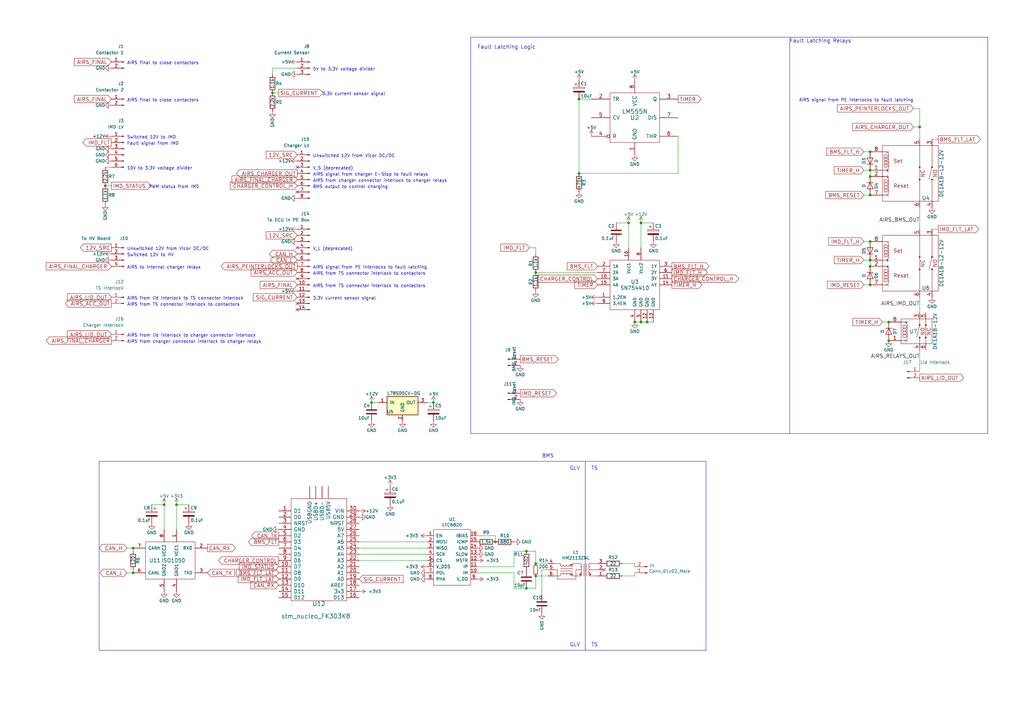
<source format=kicad_sch>
(kicad_sch (version 20230121) (generator eeschema)
  (paper "A3")
  (junction (at 364.49 139.7))
  (junction (at 356.87 99.06))
  (junction (at 54.61 224.79))
  (junction (at 260.35 132.08))
  (junction (at 356.87 106.68))
  (junction (at 262.89 91.44))
  (junction (at 203.2 222.25))
  (junction (at 265.43 132.08))
  (junction (at 356.87 69.85))
  (junction (at 356.87 116.84))
  (junction (at 219.71 236.22))
  (junction (at 54.61 234.95))
  (junction (at 67.31 207.01))
  (junction (at 377.19 52.07))
  (junction (at 219.71 111.76))
  (junction (at 43.18 76.2))
  (junction (at 257.81 91.44))
  (junction (at 152.4 165.1))
  (junction (at 356.87 80.01))
  (junction (at 237.49 71.12))
  (junction (at 262.89 132.08))
  (junction (at 356.87 62.23))
  (junction (at 356.87 109.22))
  (junction (at 72.39 207.01))
  (junction (at 356.87 72.39))
  (junction (at 111.76 38.1))
  (junction (at 177.8 165.1))
  (junction (at 219.71 231.14))
  (junction (at 215.9 226.06))
  (junction (at 364.49 132.08))
  (junction (at 215.9 241.3))
  (junction (at 237.49 40.64))
  (no_connect (at 121.92 127))
  (no_connect (at 121.92 114.3))
  (no_connect (at 121.92 78.74))
  (no_connect (at 121.92 68.58))
  (no_connect (at 121.92 124.46))
  (no_connect (at 121.92 101.6))
  (no_connect (at 247.65 233.68))
  (wire (pts (xy 377.19 143.51) (xy 377.19 152.4)))
  (wire (pts (xy 72.39 207.01) (xy 72.39 217.17)))
  (wire (pts (xy 377.19 128.27) (xy 377.19 121.92)))
  (wire (pts (xy 377.19 93.98) (xy 377.19 85.09)))
  (wire (pts (xy 237.49 40.64) (xy 242.57 40.64)))
  (wire (pts (xy 111.76 30.48) (xy 111.76 27.94)))
  (wire (pts (xy 257.81 91.44) (xy 252.73 91.44)))
  (wire (pts (xy 219.71 241.3) (xy 215.9 241.3)))
  (wire (pts (xy 210.82 241.3) (xy 210.82 234.95)))
  (wire (pts (xy 147.32 224.79) (xy 175.26 224.79)))
  (wire (pts (xy 260.35 132.08) (xy 262.89 132.08)))
  (wire (pts (xy 377.19 57.15) (xy 377.19 52.07)))
  (polyline (pts (xy 193.04 177.8) (xy 405.13 177.8)))
  (wire (pts (xy 356.87 109.22) (xy 356.87 106.68)))
  (wire (pts (xy 219.71 236.22) (xy 219.71 241.3)))
  (wire (pts (xy 67.31 207.01) (xy 67.31 217.17)))
  (wire (pts (xy 43.18 76.2) (xy 45.72 76.2)))
  (wire (pts (xy 257.81 101.6) (xy 257.81 91.44)))
  (wire (pts (xy 354.33 99.06) (xy 356.87 99.06)))
  (wire (pts (xy 177.8 165.1) (xy 175.26 165.1)))
  (wire (pts (xy 147.32 227.33) (xy 175.26 227.33)))
  (wire (pts (xy 237.49 71.12) (xy 237.49 40.64)))
  (wire (pts (xy 356.87 69.85) (xy 356.87 72.39)))
  (wire (pts (xy 215.9 226.06) (xy 219.71 226.06)))
  (polyline (pts (xy 289.56 189.23) (xy 40.64 189.23)))
  (wire (pts (xy 374.65 52.07) (xy 377.19 52.07)))
  (wire (pts (xy 377.19 52.07) (xy 377.19 44.45)))
  (wire (pts (xy 111.76 27.94) (xy 121.92 27.94)))
  (wire (pts (xy 147.32 222.25) (xy 175.26 222.25)))
  (wire (pts (xy 260.35 236.22) (xy 255.27 236.22)))
  (wire (pts (xy 262.89 101.6) (xy 262.89 91.44)))
  (wire (pts (xy 222.25 233.68) (xy 224.79 233.68)))
  (polyline (pts (xy 405.13 177.8) (xy 405.13 15.24)))
  (polyline (pts (xy 323.85 177.8) (xy 323.85 15.24)))
  (polyline (pts (xy 40.64 266.7) (xy 289.56 266.7)))
  (polyline (pts (xy 289.56 266.7) (xy 289.56 189.23)))
  (polyline (pts (xy 240.03 266.7) (xy 240.03 189.23)))
  (wire (pts (xy 237.49 71.12) (xy 278.13 71.12)))
  (wire (pts (xy 210.82 226.06) (xy 215.9 226.06)))
  (wire (pts (xy 222.25 243.84) (xy 222.25 233.68)))
  (wire (pts (xy 262.89 91.44) (xy 267.97 91.44)))
  (wire (pts (xy 195.58 219.71) (xy 203.2 219.71)))
  (wire (pts (xy 354.33 106.68) (xy 356.87 106.68)))
  (wire (pts (xy 52.07 224.79) (xy 54.61 224.79)))
  (wire (pts (xy 262.89 132.08) (xy 265.43 132.08)))
  (wire (pts (xy 147.32 229.87) (xy 175.26 229.87)))
  (wire (pts (xy 260.35 234.95) (xy 260.35 236.22)))
  (wire (pts (xy 210.82 234.95) (xy 195.58 234.95)))
  (wire (pts (xy 72.39 207.01) (xy 77.47 207.01)))
  (wire (pts (xy 224.79 236.22) (xy 219.71 236.22)))
  (wire (pts (xy 62.23 207.01) (xy 67.31 207.01)))
  (wire (pts (xy 255.27 231.14) (xy 260.35 231.14)))
  (wire (pts (xy 354.33 116.84) (xy 356.87 116.84)))
  (wire (pts (xy 195.58 232.41) (xy 210.82 232.41)))
  (polyline (pts (xy 40.64 189.23) (xy 40.64 266.7)))
  (wire (pts (xy 219.71 226.06) (xy 219.71 231.14)))
  (wire (pts (xy 219.71 231.14) (xy 224.79 231.14)))
  (wire (pts (xy 210.82 232.41) (xy 210.82 226.06)))
  (wire (pts (xy 384.81 93.98) (xy 382.27 93.98)))
  (wire (pts (xy 278.13 55.88) (xy 278.13 71.12)))
  (wire (pts (xy 210.82 241.3) (xy 215.9 241.3)))
  (wire (pts (xy 374.65 44.45) (xy 377.19 44.45)))
  (wire (pts (xy 265.43 132.08) (xy 267.97 132.08)))
  (wire (pts (xy 217.17 101.6) (xy 219.71 101.6)))
  (wire (pts (xy 219.71 101.6) (xy 219.71 104.14)))
  (polyline (pts (xy 193.04 15.24) (xy 193.04 177.8)))
  (wire (pts (xy 52.07 234.95) (xy 54.61 234.95)))
  (wire (pts (xy 54.61 226.06) (xy 54.61 224.79)))
  (wire (pts (xy 219.71 111.76) (xy 245.11 111.76)))
  (wire (pts (xy 354.33 69.85) (xy 356.87 69.85)))
  (polyline (pts (xy 193.04 15.24) (xy 405.13 15.24)))
  (wire (pts (xy 354.33 80.01) (xy 356.87 80.01)))
  (wire (pts (xy 260.35 231.14) (xy 260.35 232.41)))
  (wire (pts (xy 354.33 62.23) (xy 356.87 62.23)))
  (wire (pts (xy 203.2 219.71) (xy 203.2 222.25)))
  (wire (pts (xy 111.76 38.1) (xy 114.3 38.1)))
  (wire (pts (xy 54.61 233.68) (xy 54.61 234.95)))
  (wire (pts (xy 152.4 165.1) (xy 154.94 165.1)))
  (wire (pts (xy 384.81 57.15) (xy 382.27 57.15)))
  (wire (pts (xy 361.95 132.08) (xy 364.49 132.08)))
  (wire (pts (xy 45.72 68.58) (xy 43.18 68.58)))
  (text "AIRS signal from PE interlocks to fault latching" (at 128.27 110.49 0) (effects (font (size 1.27 1.27)) (justify left bottom)))
  (text "AIRS from charger connector interlock to charger relays" (at 52.07 140.97 0) (effects (font (size 1.27 1.27)) (justify left bottom)))
  (text "AIRS final to close contactors" (at 52.07 26.67 0) (effects (font (size 1.27 1.27)) (justify left bottom)))
  (text "AIRS from TS connector interlock to contactors" (at 128.27 113.03 0) (effects (font (size 1.27 1.27)) (justify left bottom)))
  (text "10V to 3.3V voltage divider " (at 52.07 69.85 0) (effects (font (size 1.27 1.27)) (justify left bottom)))
  (text "AIRS signal from charger E-Stop to fault relays" (at 128.27 72.39 0) (effects (font (size 1.27 1.27)) (justify left bottom)))
  (text "Unswitched 12V from Vicor DC/DC" (at 52.07 102.87 0) (effects (font (size 1.27 1.27)) (justify left bottom)))
  (text "3.3V current sensor signal" (at 132.08 39.37 0) (effects (font (size 1.27 1.27)) (justify left bottom)))
  (text "PWM status from IMD" (at 60.96 77.47 0) (effects (font (size 1.27 1.27)) (justify left bottom)))
  (text "V_L (deprecated)" (at 128.27 102.87 0) (effects (font (size 1.27 1.27)) (justify left bottom)))
  (text "AIRS from TS connector interlock to contactors" (at 128.27 118.11 0) (effects (font (size 1.27 1.27)) (justify left bottom)))
  (text "V_S (deprecated)" (at 128.27 69.85 0) (effects (font (size 1.27 1.27)) (justify left bottom)))
  (text "GLV    TS" (at 233.68 265.43 0) (effects (font (size 1.524 1.524)) (justify left bottom)))
  (text "AIRS to internal charger relays" (at 52.07 110.49 0) (effects (font (size 1.27 1.27)) (justify left bottom)))
  (text "AIRS from charger connector interlock to charger relays" (at 128.27 74.93 0) (effects (font (size 1.27 1.27)) (justify left bottom)))
  (text "AIRS final to close contactors" (at 52.07 41.91 0) (effects (font (size 1.27 1.27)) (justify left bottom)))
  (text "BMS output to control charging" (at 128.27 77.47 0) (effects (font (size 1.27 1.27)) (justify left bottom)))
  (text "AIRS from lid interlock to TS connector interlock" (at 52.07 123.19 0) (effects (font (size 1.27 1.27)) (justify left bottom)))
  (text "AIRS signal from PE interlocks to fault latching" (at 374.65 41.91 0) (effects (font (size 1.27 1.27)) (justify right bottom)))
  (text "Unswitched 12V from Vicor DC/DC" (at 128.27 64.77 0) (effects (font (size 1.27 1.27)) (justify left bottom)))
  (text "Switched 12V to HV" (at 52.07 105.41 0) (effects (font (size 1.27 1.27)) (justify left bottom)))
  (text "BMS" (at 222.25 187.96 0) (effects (font (size 1.524 1.524)) (justify left bottom)))
  (text "3.3V current sensor signal" (at 128.27 123.19 0) (effects (font (size 1.27 1.27)) (justify left bottom)))
  (text "5V to 3.3V voltage divider " (at 128.27 29.21 0) (effects (font (size 1.27 1.27)) (justify left bottom)))
  (text "AIRS from lid interlock to charger connector interlock" (at 52.07 138.43 0) (effects (font (size 1.27 1.27)) (justify left bottom)))
  (text "Fault Latching Relays" (at 323.85 17.78 0) (effects (font (size 1.524 1.524)) (justify left bottom)))
  (text "Fault Latching Logic" (at 219.71 20.32 0) (effects (font (size 1.524 1.524)) (justify right bottom)))
  (text "GLV    TS" (at 233.68 193.04 0) (effects (font (size 1.524 1.524)) (justify left bottom)))
  (text "AIRS from TS connector interlock to contactors" (at 52.07 125.73 0) (effects (font (size 1.27 1.27)) (justify left bottom)))
  (text "Switched 12V to IMD" (at 52.07 57.15 0) (effects (font (size 1.27 1.27)) (justify left bottom)))
  (text "Fault signal from IMD" (at 52.07 59.69 0) (effects (font (size 1.27 1.27)) (justify left bottom)))
  (label "AIRS_BMS_OUT" (at 377.19 91.44 180) (effects (font (size 1.524 1.524))))
  (label "AIRS_RELAYS_OUT" (at 377.19 147.32 180) (effects (font (size 1.524 1.524))))
  (label "AIRS_IMD_OUT" (at 377.19 125.73 180) (effects (font (size 1.524 1.524))))
  (global_label "BMS_FLT_H" (shape output) (at 275.59 109.22 0) (effects (font (size 1.524 1.524))) (property "Intersheetrefs" "${INTERSHEET_REFS}" (effects hide)))
  (global_label "AIRS_FINAL_CHARGER" (shape input) (at 121.92 73.66 180) (effects (font (size 1.524 1.524))) (property "Intersheetrefs" "${INTERSHEET_REFS}" (effects hide)))
  (global_label "CAN_TX" (shape input) (at 85.09 234.95 0) (effects (font (size 1.524 1.524))) (property "Intersheetrefs" "${INTERSHEET_REFS}" (effects hide)))
  (global_label "TIMER_H" (shape input) (at 361.95 132.08 180) (effects (font (size 1.524 1.524))) (property "Intersheetrefs" "${INTERSHEET_REFS}" (effects hide)))
  (global_label "CAN_RX" (shape output) (at 85.09 224.79 0) (effects (font (size 1.524 1.524))) (property "Intersheetrefs" "${INTERSHEET_REFS}" (effects hide)))
  (global_label "CHARGER_CONTROL_H" (shape input) (at 121.92 76.2 180) (effects (font (size 1.524 1.524))) (property "Intersheetrefs" "${INTERSHEET_REFS}" (effects hide)))
  (global_label "IMD_FLT_LAT" (shape output) (at 384.81 93.98 0) (effects (font (size 1.524 1.524))) (property "Intersheetrefs" "${INTERSHEET_REFS}" (effects hide)))
  (global_label "AIRS_ACC_OUT" (shape input) (at 121.92 111.76 180) (effects (font (size 1.524 1.524))) (property "Intersheetrefs" "${INTERSHEET_REFS}" (effects hide)))
  (global_label "CAN_L" (shape bidirectional) (at 52.07 234.95 180) (effects (font (size 1.524 1.524))) (property "Intersheetrefs" "${INTERSHEET_REFS}" (effects hide)))
  (global_label "IMD_FLT" (shape input) (at 217.17 101.6 180) (effects (font (size 1.524 1.524))) (property "Intersheetrefs" "${INTERSHEET_REFS}" (effects hide)))
  (global_label "IMD_FLT_LAT" (shape input) (at 114.3 237.49 180) (effects (font (size 1.524 1.524))) (property "Intersheetrefs" "${INTERSHEET_REFS}" (effects hide)))
  (global_label "CAN_H" (shape bidirectional) (at 121.92 104.14 180) (effects (font (size 1.524 1.524))) (property "Intersheetrefs" "${INTERSHEET_REFS}" (effects hide)))
  (global_label "CHARGER_CONTROL_H" (shape output) (at 275.59 114.3 0) (effects (font (size 1.524 1.524))) (property "Intersheetrefs" "${INTERSHEET_REFS}" (effects hide)))
  (global_label "AIRS_LID_OUT" (shape input) (at 45.72 121.92 180) (effects (font (size 1.524 1.524))) (property "Intersheetrefs" "${INTERSHEET_REFS}" (effects hide)))
  (global_label "IMD_FLT" (shape output) (at 45.72 58.42 180) (effects (font (size 1.524 1.524))) (property "Intersheetrefs" "${INTERSHEET_REFS}" (effects hide)))
  (global_label "CHARGER_CONTROL" (shape output) (at 114.3 229.87 180) (effects (font (size 1.524 1.524))) (property "Intersheetrefs" "${INTERSHEET_REFS}" (effects hide)))
  (global_label "AIRS_FINAL" (shape input) (at 121.92 116.84 180) (effects (font (size 1.524 1.524))) (property "Intersheetrefs" "${INTERSHEET_REFS}" (effects hide)))
  (global_label "AIRS_CHARGER_OUT" (shape input) (at 374.65 52.07 180) (effects (font (size 1.524 1.524))) (property "Intersheetrefs" "${INTERSHEET_REFS}" (effects hide)))
  (global_label "SIG_CURRENT" (shape input) (at 121.92 121.92 180) (effects (font (size 1.524 1.524))) (property "Intersheetrefs" "${INTERSHEET_REFS}" (effects hide)))
  (global_label "12V_SRC" (shape output) (at 45.72 101.6 180) (effects (font (size 1.524 1.524))) (property "Intersheetrefs" "${INTERSHEET_REFS}" (effects hide)))
  (global_label "IMD_STATUS" (shape input) (at 114.3 232.41 180) (effects (font (size 1.524 1.524))) (property "Intersheetrefs" "${INTERSHEET_REFS}" (effects hide)))
  (global_label "AIRS_PEINTERLOCKS_OUT" (shape input) (at 374.65 44.45 180) (effects (font (size 1.524 1.524))) (property "Intersheetrefs" "${INTERSHEET_REFS}" (effects hide)))
  (global_label "AIRS_FINAL_CHARGER" (shape output) (at 45.72 139.7 180) (effects (font (size 1.524 1.524))) (property "Intersheetrefs" "${INTERSHEET_REFS}" (effects hide)))
  (global_label "CAN_H" (shape bidirectional) (at 52.07 224.79 180) (effects (font (size 1.524 1.524))) (property "Intersheetrefs" "${INTERSHEET_REFS}" (effects hide)))
  (global_label "AIRS_FINAL" (shape input) (at 45.72 40.64 180) (effects (font (size 1.524 1.524))) (property "Intersheetrefs" "${INTERSHEET_REFS}" (effects hide)))
  (global_label "AIRS_CHARGER_OUT" (shape output) (at 121.92 71.12 180) (effects (font (size 1.524 1.524))) (property "Intersheetrefs" "${INTERSHEET_REFS}" (effects hide)))
  (global_label "12V_SRC" (shape input) (at 121.92 63.5 180) (effects (font (size 1.524 1.524))) (property "Intersheetrefs" "${INTERSHEET_REFS}" (effects hide)))
  (global_label "CHARGER_CONTROL" (shape input) (at 245.11 114.3 180) (effects (font (size 1.524 1.524))) (property "Intersheetrefs" "${INTERSHEET_REFS}" (effects hide)))
  (global_label "TIMER" (shape output) (at 278.13 40.64 0) (effects (font (size 1.524 1.524))) (property "Intersheetrefs" "${INTERSHEET_REFS}" (effects hide)))
  (global_label "BMS_FLT" (shape output) (at 114.3 222.25 180) (effects (font (size 1.524 1.524))) (property "Intersheetrefs" "${INTERSHEET_REFS}" (effects hide)))
  (global_label "IMD_FLT_H" (shape output) (at 275.59 111.76 0) (effects (font (size 1.524 1.524))) (property "Intersheetrefs" "${INTERSHEET_REFS}" (effects hide)))
  (global_label "AIRS_FINAL" (shape input) (at 45.72 25.4 180) (effects (font (size 1.524 1.524))) (property "Intersheetrefs" "${INTERSHEET_REFS}" (effects hide)))
  (global_label "SIG_CURRENT" (shape input) (at 147.32 237.49 0) (effects (font (size 1.524 1.524))) (property "Intersheetrefs" "${INTERSHEET_REFS}" (effects hide)))
  (global_label "AIRS_ACC_OUT" (shape output) (at 45.72 124.46 180) (effects (font (size 1.524 1.524))) (property "Intersheetrefs" "${INTERSHEET_REFS}" (effects hide)))
  (global_label "SIG_CURRENT" (shape output) (at 114.3 38.1 0) (effects (font (size 1.524 1.524))) (property "Intersheetrefs" "${INTERSHEET_REFS}" (effects hide)))
  (global_label "TIMER" (shape input) (at 245.11 116.84 180) (effects (font (size 1.524 1.524))) (property "Intersheetrefs" "${INTERSHEET_REFS}" (effects hide)))
  (global_label "BMS_FLT_H" (shape input) (at 354.33 62.23 180) (effects (font (size 1.524 1.524))) (property "Intersheetrefs" "${INTERSHEET_REFS}" (effects hide)))
  (global_label "CAN_RX" (shape input) (at 114.3 240.03 180) (effects (font (size 1.524 1.524))) (property "Intersheetrefs" "${INTERSHEET_REFS}" (effects hide)))
  (global_label "AIRS_PEINTERLOCKS_OUT" (shape output) (at 121.92 109.22 180) (effects (font (size 1.524 1.524))) (property "Intersheetrefs" "${INTERSHEET_REFS}" (effects hide)))
  (global_label "IMD_FLT_H" (shape input) (at 354.33 99.06 180) (effects (font (size 1.524 1.524))) (property "Intersheetrefs" "${INTERSHEET_REFS}" (effects hide)))
  (global_label "BMS_FLT_LAT" (shape output) (at 384.81 57.15 0) (effects (font (size 1.524 1.524))) (property "Intersheetrefs" "${INTERSHEET_REFS}" (effects hide)))
  (global_label "CAN_TX" (shape output) (at 114.3 219.71 180) (effects (font (size 1.524 1.524))) (property "Intersheetrefs" "${INTERSHEET_REFS}" (effects hide)))
  (global_label "IMD_STATUS" (shape output) (at 45.72 76.2 0) (effects (font (size 1.524 1.524))) (property "Intersheetrefs" "${INTERSHEET_REFS}" (effects hide)))
  (global_label "TIMER_H" (shape input) (at 354.33 106.68 180) (effects (font (size 1.524 1.524))) (property "Intersheetrefs" "${INTERSHEET_REFS}" (effects hide)))
  (global_label "BMS_RESET" (shape input) (at 354.33 80.01 180) (effects (font (size 1.524 1.524))) (property "Intersheetrefs" "${INTERSHEET_REFS}" (effects hide)))
  (global_label "BMS_RESET" (shape output) (at 213.36 147.32 0) (effects (font (size 1.524 1.524))) (property "Intersheetrefs" "${INTERSHEET_REFS}" (effects hide)))
  (global_label "AIRS_FINAL_CHARGER" (shape input) (at 45.72 109.22 180) (effects (font (size 1.524 1.524))) (property "Intersheetrefs" "${INTERSHEET_REFS}" (effects hide)))
  (global_label "AIRS_LID_OUT" (shape input) (at 45.72 137.16 180) (effects (font (size 1.524 1.524))) (property "Intersheetrefs" "${INTERSHEET_REFS}" (effects hide)))
  (global_label "CAN_L" (shape bidirectional) (at 121.92 106.68 180) (effects (font (size 1.524 1.524))) (property "Intersheetrefs" "${INTERSHEET_REFS}" (effects hide)))
  (global_label "TIMER_H" (shape input) (at 354.33 69.85 180) (effects (font (size 1.524 1.524))) (property "Intersheetrefs" "${INTERSHEET_REFS}" (effects hide)))
  (global_label "BMS_FLT" (shape input) (at 245.11 109.22 180) (effects (font (size 1.524 1.524))) (property "Intersheetrefs" "${INTERSHEET_REFS}" (effects hide)))
  (global_label "TIMER_H" (shape output) (at 275.59 116.84 0) (effects (font (size 1.524 1.524))) (property "Intersheetrefs" "${INTERSHEET_REFS}" (effects hide)))
  (global_label "12V_SRC" (shape input) (at 121.92 96.52 180) (effects (font (size 1.524 1.524))) (property "Intersheetrefs" "${INTERSHEET_REFS}" (effects hide)))
  (global_label "IMD_RESET" (shape input) (at 354.33 116.84 180) (effects (font (size 1.524 1.524))) (property "Intersheetrefs" "${INTERSHEET_REFS}" (effects hide)))
  (global_label "IMD_RESET" (shape output) (at 213.36 161.29 0) (effects (font (size 1.524 1.524))) (property "Intersheetrefs" "${INTERSHEET_REFS}" (effects hide)))
  (global_label "BMS_FLT_LAT" (shape input) (at 114.3 234.95 180) (effects (font (size 1.524 1.524))) (property "Intersheetrefs" "${INTERSHEET_REFS}" (effects hide)))
  (global_label "AIRS_LID_OUT" (shape output) (at 377.19 154.94 0) (effects (font (size 1.524 1.524))) (property "Intersheetrefs" "${INTERSHEET_REFS}" (effects hide)))
  (symbol (lib_id "FS-FINAL:DK1A1B-12V") (at 377.19 135.89 0) (unit 1)
    (property "Reference" "U7" (at 374.65 135.89 0) (effects (font (size 1.524 1.524))))
    (property "Value" "DK1A1B-12V" (at 383.54 135.89 90) (effects (font (size 1.524 1.524))))
    (property "Footprint" "FSFootprints:DK1A1B-12V" (effects hide))
  )
  (symbol (lib_id "AccumulatorBoardLV-2.0-rescue:Conn_01x02_Male") (at 50.8 121.92 0) (mirror y) (unit 1)
    (property "Reference" "J12" (at 50.8 115.57 0) (effects (justify left)))
    (property "Value" "TS Interlock" (at 50.8 118.11 0) (effects (justify left)))
    (property "Footprint" "Connectors_Molex:Molex_NanoFit_1x02x2.50mm_Straight" (effects hide))
  )
  (symbol (lib_id "FS-FINAL:L78S05CV-DG") (at 165.1 166.37 0) (unit 1)
    (property "Reference" "U5" (at 160.02 168.91 0))
    (property "Value" "L78S05CV-DG" (at 158.75 161.29 0) (effects (justify left)))
    (property "Footprint" "Power_Integrations:TO-220" (effects hide))
  )
  (symbol (lib_id "AccumulatorBoardLV-2.0-rescue:Conn_01x02_Male") (at 208.28 147.32 0) (unit 1)
    (property "Reference" "J9" (at 208.28 143.51 0))
    (property "Value" "BMS Reset" (at 210.82 147.32 90))
    (property "Footprint" "Connectors_Molex:Molex_NanoFit_1x02x2.50mm_Straight" (effects hide))
  )
  (symbol (lib_id "AccumulatorBoardLV-2.0-rescue:Conn_01x02_Male") (at 208.28 161.29 0) (unit 1)
    (property "Reference" "J11" (at 208.28 157.48 0))
    (property "Value" "IMD Reset" (at 210.82 161.29 90))
    (property "Footprint" "Connectors_Molex:Molex_NanoFit_1x02x2.50mm_Straight" (effects hide))
  )
  (symbol (lib_id "AccumulatorBoardLV-2.0-rescue:Conn_01x02_Male") (at 50.8 25.4 0) (mirror y) (unit 1)
    (property "Reference" "J1" (at 50.8 19.05 0) (effects (justify left)))
    (property "Value" "Contactor 1" (at 50.8 21.59 0) (effects (justify left)))
    (property "Footprint" "Connectors_Molex:Molex_NanoFit_1x02x2.50mm_Straight" (effects hide))
  )
  (symbol (lib_id "AccumulatorBoardLV-2.0-rescue:Conn_01x02_Male") (at 50.8 40.64 0) (mirror y) (unit 1)
    (property "Reference" "J2" (at 50.8 34.29 0) (effects (justify left)))
    (property "Value" "Contactor 2" (at 50.8 36.83 0) (effects (justify left)))
    (property "Footprint" "Connectors_Molex:Molex_NanoFit_1x02x2.50mm_Straight" (effects hide))
  )
  (symbol (lib_id "AccumulatorBoardLV-2.0-rescue:Conn_01x02_Male") (at 372.11 152.4 0) (unit 1)
    (property "Reference" "J17" (at 372.11 148.59 0))
    (property "Value" "Lid Interlock" (at 383.54 148.59 0))
    (property "Footprint" "Connectors_Molex:Molex_NanoFit_1x02x2.50mm_Straight" (effects hide))
  )
  (symbol (lib_id "AccumulatorBoardLV-2.0-rescue:+5V") (at 177.8 165.1 0) (unit 1)
    (property "Reference" "#PWR01" (effects hide))
    (property "Value" "+5V" (at 177.8 161.544 0))
  )
  (symbol (lib_id "AccumulatorBoardLV-2.0-rescue:+12V") (at 152.4 165.1 0) (unit 1)
    (property "Reference" "#PWR02" (effects hide))
    (property "Value" "+12V" (at 152.4 161.544 0))
  )
  (symbol (lib_id "FS-FINAL:SN754410") (at 260.35 116.84 0) (unit 1)
    (property "Reference" "U3" (at 260.35 115.57 0) (effects (font (size 1.524 1.524))))
    (property "Value" "SN754410" (at 260.35 118.11 0) (effects (font (size 1.524 1.524))))
    (property "Footprint" "Housings_DIP:DIP-16_W7.62mm" (effects hide))
  )
  (symbol (lib_id "AccumulatorBoardLV-2.0-rescue:GND") (at 260.35 132.08 0) (unit 1)
    (property "Reference" "#PWR03" (effects hide))
    (property "Value" "GND" (at 260.35 135.89 0))
  )
  (symbol (lib_id "AccumulatorBoardLV-2.0-rescue:R") (at 219.71 107.95 180) (unit 1)
    (property "Reference" "R1" (at 217.678 107.95 90))
    (property "Value" "1.1k" (at 219.71 107.95 90))
    (property "Footprint" "Resistors_SMD:R_0805_HandSoldering" (effects hide))
  )
  (symbol (lib_id "AccumulatorBoardLV-2.0-rescue:R") (at 219.71 115.57 180) (unit 1)
    (property "Reference" "R2" (at 217.678 115.57 90))
    (property "Value" "1.1k" (at 219.71 115.57 90))
    (property "Footprint" "Resistors_SMD:R_0805_HandSoldering" (effects hide))
  )
  (symbol (lib_id "AccumulatorBoardLV-2.0-rescue:GND") (at 219.71 119.38 0) (unit 1)
    (property "Reference" "#PWR06" (effects hide))
    (property "Value" "GND" (at 219.71 123.19 0))
  )
  (symbol (lib_id "FS-FINAL:LM555N") (at 260.35 48.26 0) (unit 1)
    (property "Reference" "U2" (at 260.35 48.26 0) (effects (font (size 1.778 1.778))))
    (property "Value" "LM555N" (at 260.35 45.72 0) (effects (font (size 1.778 1.778))))
    (property "Footprint" "Housings_DIP:DIP-8_W7.62mm" (effects hide))
  )
  (symbol (lib_id "AccumulatorBoardLV-2.0-rescue:GND") (at 260.35 63.5 0) (unit 1)
    (property "Reference" "#PWR07" (effects hide))
    (property "Value" "GND" (at 260.35 67.31 0))
  )
  (symbol (lib_id "AccumulatorBoardLV-2.0-rescue:+5V") (at 260.35 33.02 0) (unit 1)
    (property "Reference" "#PWR08" (effects hide))
    (property "Value" "+5V" (at 260.35 29.464 0))
  )
  (symbol (lib_id "AccumulatorBoardLV-2.0-rescue:+5V") (at 237.49 33.02 0) (unit 1)
    (property "Reference" "#PWR09" (effects hide))
    (property "Value" "+5V" (at 237.49 29.464 0))
  )
  (symbol (lib_id "AccumulatorBoardLV-2.0-rescue:CP") (at 237.49 36.83 0) (unit 1)
    (property "Reference" "C1" (at 238.125 34.29 0) (effects (justify left)))
    (property "Value" "10uF" (at 238.125 39.37 0) (effects (justify left)))
    (property "Footprint" "Capacitors_SMD:C_0805_HandSoldering" (effects hide))
  )
  (symbol (lib_id "AccumulatorBoardLV-2.0-rescue:+5V") (at 242.57 55.88 0) (unit 1)
    (property "Reference" "#PWR010" (effects hide))
    (property "Value" "+5V" (at 242.57 52.324 0))
  )
  (symbol (lib_id "AccumulatorBoardLV-2.0-rescue:R") (at 237.49 74.93 0) (unit 1)
    (property "Reference" "R3" (at 239.522 74.93 90))
    (property "Value" "470k" (at 237.49 74.93 90))
    (property "Footprint" "Resistors_SMD:R_0805_HandSoldering" (effects hide))
  )
  (symbol (lib_id "AccumulatorBoardLV-2.0-rescue:GND") (at 237.49 78.74 0) (unit 1)
    (property "Reference" "#PWR011" (effects hide))
    (property "Value" "GND" (at 237.49 82.55 0))
  )
  (symbol (lib_id "AccumulatorBoardLV-2.0-rescue:Conn_01x06_Male") (at 50.8 60.96 0) (mirror y) (unit 1)
    (property "Reference" "J3" (at 50.8 49.53 0) (effects (justify left)))
    (property "Value" "IMD LV" (at 50.8 52.07 0) (effects (justify left)))
    (property "Footprint" "Connectors_Molex:Molex_NanoFit_2x03x2.50mm_Straight" (effects hide))
  )
  (symbol (lib_id "AccumulatorBoardLV-2.0-rescue:+5V") (at 245.11 121.92 90) (unit 1)
    (property "Reference" "#PWR012" (effects hide))
    (property "Value" "+5V" (at 242.57 121.92 90) (effects (justify left)))
  )
  (symbol (lib_id "AccumulatorBoardLV-2.0-rescue:Conn_01x08_Male") (at 127 71.12 0) (mirror y) (unit 1)
    (property "Reference" "J15" (at 127 57.15 0) (effects (justify left)))
    (property "Value" "Charger LV" (at 127 59.69 0) (effects (justify left)))
    (property "Footprint" "FSFootprints:Ampseal-776276-1" (effects hide))
  )
  (symbol (lib_id "AccumulatorBoardLV-2.0-rescue:GND") (at 213.36 149.86 0) (unit 1)
    (property "Reference" "#PWR013" (effects hide))
    (property "Value" "GND" (at 213.36 153.67 0))
  )
  (symbol (lib_id "AccumulatorBoardLV-2.0-rescue:GND") (at 213.36 163.83 0) (unit 1)
    (property "Reference" "#PWR014" (effects hide))
    (property "Value" "GND" (at 213.36 167.64 0))
  )
  (symbol (lib_id "AccumulatorBoardLV-2.0-rescue:Conn_01x02_Male") (at 50.8 137.16 0) (mirror y) (unit 1)
    (property "Reference" "J16" (at 50.8 130.81 0) (effects (justify left)))
    (property "Value" "Charger Interlock" (at 50.8 133.35 0) (effects (justify left)))
    (property "Footprint" "Connectors_Molex:Molex_NanoFit_1x02x2.50mm_Straight" (effects hide))
  )
  (symbol (lib_id "AccumulatorBoardLV-2.0-rescue:+12V") (at 121.92 93.98 90) (mirror x) (unit 1)
    (property "Reference" "#PWR016" (effects hide))
    (property "Value" "+12V" (at 119.38 93.98 90) (effects (justify left)))
  )
  (symbol (lib_id "AccumulatorBoardLV-2.0-rescue:GND") (at 121.92 99.06 270) (mirror x) (unit 1)
    (property "Reference" "#PWR017" (effects hide))
    (property "Value" "GND" (at 119.38 99.06 90) (effects (justify right)))
  )
  (symbol (lib_id "AccumulatorBoardLV-2.0-rescue:GND") (at 152.4 172.72 0) (unit 1)
    (property "Reference" "#PWR018" (effects hide))
    (property "Value" "GND" (at 152.4 176.53 0))
  )
  (symbol (lib_id "AccumulatorBoardLV-2.0-rescue:CP") (at 177.8 168.91 0) (unit 1)
    (property "Reference" "C5" (at 178.435 166.37 0) (effects (justify left)))
    (property "Value" "10uF" (at 178.435 171.45 0) (effects (justify left)))
    (property "Footprint" "Capacitors_SMD:C_0805_HandSoldering" (effects hide))
  )
  (symbol (lib_id "AccumulatorBoardLV-2.0-rescue:C") (at 152.4 168.91 0) (mirror y) (unit 1)
    (property "Reference" "C4" (at 151.765 166.37 0) (effects (justify left)))
    (property "Value" "10uF" (at 151.765 171.45 0) (effects (justify left)))
    (property "Footprint" "Capacitors_SMD:C_0805_HandSoldering" (effects hide))
  )
  (symbol (lib_id "AccumulatorBoardLV-2.0-rescue:GND") (at 177.8 172.72 0) (unit 1)
    (property "Reference" "#PWR019" (effects hide))
    (property "Value" "GND" (at 177.8 176.53 0))
  )
  (symbol (lib_id "AccumulatorBoardLV-2.0-rescue:C") (at 252.73 95.25 0) (mirror y) (unit 1)
    (property "Reference" "C2" (at 252.095 92.71 0) (effects (justify left)))
    (property "Value" "0.1uF" (at 252.095 97.79 0) (effects (justify left)))
    (property "Footprint" "Capacitors_SMD:C_0805_HandSoldering" (effects hide))
  )
  (symbol (lib_id "AccumulatorBoardLV-2.0-rescue:GND") (at 252.73 99.06 0) (unit 1)
    (property "Reference" "#PWR020" (effects hide))
    (property "Value" "GND" (at 252.73 102.87 0))
  )
  (symbol (lib_id "AccumulatorBoardLV-2.0-rescue:+5V") (at 257.81 91.44 0) (unit 1)
    (property "Reference" "#PWR021" (effects hide))
    (property "Value" "+5V" (at 257.81 87.884 0))
  )
  (symbol (lib_id "AccumulatorBoardLV-2.0-rescue:GND") (at 267.97 99.06 0) (unit 1)
    (property "Reference" "#PWR022" (effects hide))
    (property "Value" "GND" (at 267.97 102.87 0))
  )
  (symbol (lib_id "AccumulatorBoardLV-2.0-rescue:+12V") (at 262.89 91.44 0) (unit 1)
    (property "Reference" "#PWR023" (effects hide))
    (property "Value" "+12V" (at 262.89 87.884 0))
  )
  (symbol (lib_id "AccumulatorBoardLV-2.0-rescue:CP") (at 267.97 95.25 0) (unit 1)
    (property "Reference" "C3" (at 268.605 92.71 0) (effects (justify left)))
    (property "Value" "0.1uF" (at 268.605 97.79 0) (effects (justify left)))
    (property "Footprint" "Capacitors_SMD:C_0805_HandSoldering" (effects hide))
  )
  (symbol (lib_id "AccumulatorBoardLV-2.0-rescue:Conn_01x14_Male") (at 127 109.22 0) (mirror y) (unit 1)
    (property "Reference" "J14" (at 127 87.63 0) (effects (justify left)))
    (property "Value" "To ECU in PE Box" (at 127 90.17 0) (effects (justify left)))
    (property "Footprint" "FSFootprints:Ampseal-776261" (effects hide))
  )
  (symbol (lib_id "AccumulatorBoardLV-2.0-rescue:Conn_01x03_Male") (at 127 27.94 0) (mirror y) (unit 1)
    (property "Reference" "J8" (at 127 19.05 0) (effects (justify left)))
    (property "Value" "Current Sensor" (at 127 21.59 0) (effects (justify left)))
    (property "Footprint" "Connectors_Molex:Molex_NanoFit_1x03x2.50mm_Straight" (effects hide))
  )
  (symbol (lib_id "FS-FINAL:stm_nucleo_F303K8") (at 130.81 231.14 0) (unit 1)
    (property "Reference" "U12" (at 130.81 247.65 0) (effects (font (size 1.778 1.778))))
    (property "Value" "stm_nucleo_FK303K8" (at 129.54 252.73 0) (effects (font (size 1.778 1.778))))
    (property "Footprint" "FSFootprints:arduino_mini" (effects hide))
  )
  (symbol (lib_id "FS-FINAL:ISO1050") (at 69.85 229.87 0) (mirror y) (unit 1)
    (property "Reference" "U11" (at 63.5 229.87 0) (effects (font (size 1.524 1.524))))
    (property "Value" "ISO1050" (at 71.12 229.87 0) (effects (font (size 1.524 1.524))))
    (property "Footprint" "Housings_DIP:DIP-8_W8.89mm_SMDSocket_LongPads" (effects hide))
  )
  (symbol (lib_id "AccumulatorBoardLV-2.0-rescue:GND") (at 72.39 242.57 0) (unit 1)
    (property "Reference" "#PWR024" (effects hide))
    (property "Value" "GND" (at 72.39 246.38 0))
  )
  (symbol (lib_id "AccumulatorBoardLV-2.0-rescue:+3.3V") (at 147.32 242.57 270) (unit 1)
    (property "Reference" "#PWR025" (effects hide))
    (property "Value" "+3.3V" (at 153.67 242.57 90))
  )
  (symbol (lib_id "AccumulatorBoardLV-2.0-rescue:+3.3V") (at 72.39 207.01 0) (unit 1)
    (property "Reference" "#PWR026" (effects hide))
    (property "Value" "+3.3V" (at 72.39 203.454 0))
  )
  (symbol (lib_id "AccumulatorBoardLV-2.0-rescue:+5V") (at 67.31 207.01 0) (unit 1)
    (property "Reference" "#PWR027" (effects hide))
    (property "Value" "+5V" (at 67.31 203.454 0))
  )
  (symbol (lib_id "AccumulatorBoardLV-2.0-rescue:+3.3V") (at 160.02 199.39 0) (unit 1)
    (property "Reference" "#PWR028" (effects hide))
    (property "Value" "+3.3V" (at 160.02 195.834 0))
  )
  (symbol (lib_id "AccumulatorBoardLV-2.0-rescue:GND") (at 160.02 207.01 0) (unit 1)
    (property "Reference" "#PWR029" (effects hide))
    (property "Value" "GND" (at 160.02 210.82 0))
  )
  (symbol (lib_id "FS-FINAL:DE1A1B-L2-12V") (at 375.92 71.12 0) (unit 1)
    (property "Reference" "U4" (at 379.73 81.28 0) (effects (font (size 1.524 1.524))))
    (property "Value" "DE1A1B-L2-12V" (at 386.08 71.12 90) (effects (font (size 1.524 1.524))))
    (property "Footprint" "FSFootprints:DE1A1B-L2-12V" (effects hide))
  )
  (symbol (lib_id "AccumulatorBoardLV-2.0-rescue:GND") (at 382.27 85.09 0) (unit 1)
    (property "Reference" "#PWR031" (effects hide))
    (property "Value" "GND" (at 382.27 88.9 0))
  )
  (symbol (lib_id "FS-FINAL:DE1A1B-L2-12V") (at 375.92 107.95 0) (unit 1)
    (property "Reference" "U6" (at 379.73 118.11 0) (effects (font (size 1.524 1.524))))
    (property "Value" "DE1A1B-L2-12V" (at 386.08 107.95 90) (effects (font (size 1.524 1.524))))
    (property "Footprint" "FSFootprints:DE1A1B-L2-12V" (effects hide))
  )
  (symbol (lib_id "AccumulatorBoardLV-2.0-rescue:GND") (at 382.27 121.92 0) (unit 1)
    (property "Reference" "#PWR032" (effects hide))
    (property "Value" "GND" (at 382.27 125.73 0))
  )
  (symbol (lib_id "AccumulatorBoardLV-2.0-rescue:GND") (at 364.49 139.7 0) (unit 1)
    (property "Reference" "#PWR033" (effects hide))
    (property "Value" "GND" (at 364.49 143.51 0))
  )
  (symbol (lib_id "AccumulatorBoardLV-2.0-rescue:Conn_01x04_Male") (at 50.8 104.14 0) (mirror y) (unit 1)
    (property "Reference" "J10" (at 50.8 97.79 0))
    (property "Value" "To HV Board" (at 39.37 97.79 0))
    (property "Footprint" "Connectors_Molex:Molex_NanoFit_2x02x2.50mm_Straight" (effects hide))
  )
  (symbol (lib_id "AccumulatorBoardLV-2.0-rescue:R") (at 54.61 229.87 0) (unit 1)
    (property "Reference" "R6" (at 56.642 229.87 90))
    (property "Value" "120" (at 54.61 229.87 90))
    (property "Footprint" "Resistors_SMD:R_0805_HandSoldering" (effects hide))
  )
  (symbol (lib_id "AccumulatorBoardLV-2.0-rescue:CP") (at 160.02 203.2 0) (unit 1)
    (property "Reference" "C6" (at 160.655 200.66 0) (effects (justify left)))
    (property "Value" "0.1uF" (at 160.655 205.74 0) (effects (justify left)))
    (property "Footprint" "Capacitors_SMD:C_0805_HandSoldering" (effects hide))
  )
  (symbol (lib_id "AccumulatorBoardLV-2.0-rescue:GND") (at 62.23 214.63 0) (unit 1)
    (property "Reference" "#PWR034" (effects hide))
    (property "Value" "GND" (at 62.23 218.44 0))
  )
  (symbol (lib_id "AccumulatorBoardLV-2.0-rescue:CP") (at 62.23 210.82 0) (mirror y) (unit 1)
    (property "Reference" "C8" (at 61.595 208.28 0) (effects (justify left)))
    (property "Value" "0.1uf" (at 61.595 213.36 0) (effects (justify left)))
    (property "Footprint" "Capacitors_SMD:C_0805_HandSoldering" (effects hide))
  )
  (symbol (lib_id "AccumulatorBoardLV-2.0-rescue:CP") (at 77.47 210.82 0) (unit 1)
    (property "Reference" "C9" (at 78.105 208.28 0) (effects (justify left)))
    (property "Value" "0.1uf" (at 78.105 213.36 0) (effects (justify left)))
    (property "Footprint" "Capacitors_SMD:C_0805_HandSoldering" (effects hide))
  )
  (symbol (lib_id "AccumulatorBoardLV-2.0-rescue:GND") (at 77.47 214.63 0) (unit 1)
    (property "Reference" "#PWR036" (effects hide))
    (property "Value" "GND" (at 77.47 218.44 0))
  )
  (symbol (lib_id "AccumulatorBoardLV-2.0-rescue:D") (at 356.87 66.04 90) (unit 1)
    (property "Reference" "D3" (at 354.33 66.04 0))
    (property "Value" "D" (at 359.41 66.04 0))
    (property "Footprint" "Diodes_SMD:D_1206" (effects hide))
  )
  (symbol (lib_id "AccumulatorBoardLV-2.0-rescue:D") (at 356.87 76.2 270) (unit 1)
    (property "Reference" "D4" (at 359.41 76.2 0))
    (property "Value" "D" (at 354.33 76.2 0))
    (property "Footprint" "Diodes_SMD:D_1206" (effects hide))
  )
  (symbol (lib_id "AccumulatorBoardLV-2.0-rescue:D") (at 356.87 102.87 90) (unit 1)
    (property "Reference" "D5" (at 354.33 102.87 0))
    (property "Value" "D" (at 359.41 102.87 0))
    (property "Footprint" "Diodes_SMD:D_1206" (effects hide))
  )
  (symbol (lib_id "AccumulatorBoardLV-2.0-rescue:D") (at 356.87 113.03 270) (unit 1)
    (property "Reference" "D6" (at 359.41 113.03 0))
    (property "Value" "D" (at 354.33 113.03 0))
    (property "Footprint" "Diodes_SMD:D_1206" (effects hide))
  )
  (symbol (lib_id "AccumulatorBoardLV-2.0-rescue:D") (at 364.49 135.89 270) (unit 1)
    (property "Reference" "D7" (at 367.03 135.89 0))
    (property "Value" "D" (at 361.95 135.89 0))
    (property "Footprint" "Diodes_SMD:D_1206" (effects hide))
  )
  (symbol (lib_id "FS-FINAL:LTC6820") (at 185.42 217.17 0) (unit 1)
    (property "Reference" "U1" (at 185.42 212.979 0))
    (property "Value" "LTC6820" (at 185.42 215.2904 0))
    (property "Footprint" "FSFootprints:MSOP-16_[LTC6820]_10_thou_compat" (effects hide))
  )
  (symbol (lib_id "AccumulatorBoardLV-2.0-rescue:+3.3V") (at 175.26 232.41 90) (unit 1)
    (property "Reference" "#PWR0101" (effects hide))
    (property "Value" "+3.3V" (at 168.91 232.41 90))
  )
  (symbol (lib_id "AccumulatorBoardLV-2.0-rescue:+3.3V") (at 195.58 237.49 270) (unit 1)
    (property "Reference" "#PWR0102" (effects hide))
    (property "Value" "+3.3V" (at 201.93 237.49 90))
  )
  (symbol (lib_id "AccumulatorBoardLV-2.0-rescue:GND") (at 195.58 224.79 90) (unit 1)
    (property "Reference" "#PWR0103" (effects hide))
    (property "Value" "GND" (at 200.66 224.79 90))
  )
  (symbol (lib_id "AccumulatorBoardLV-2.0-rescue:+3.3V") (at 195.58 229.87 270) (unit 1)
    (property "Reference" "#PWR0104" (effects hide))
    (property "Value" "+3.3V" (at 201.93 229.87 90))
  )
  (symbol (lib_id "AccumulatorBoardLV-2.0-rescue:+5V") (at 245.11 124.46 90) (unit 1)
    (property "Reference" "#PWR0123" (effects hide))
    (property "Value" "+5V" (at 242.57 124.46 90) (effects (justify left)))
  )
  (symbol (lib_id "AccumulatorBoardLV-2.0-rescue:+3.3V") (at 175.26 219.71 90) (unit 1)
    (property "Reference" "#PWR0105" (effects hide))
    (property "Value" "+3.3V" (at 168.91 219.71 90))
  )
  (symbol (lib_id "AccumulatorBoardLV-2.0-rescue:GND") (at 175.26 234.95 270) (unit 1)
    (property "Reference" "#PWR0106" (effects hide))
    (property "Value" "GND" (at 170.18 234.95 90))
  )
  (symbol (lib_id "AccumulatorBoardLV-2.0-rescue:GND") (at 175.26 237.49 270) (unit 1)
    (property "Reference" "#PWR0107" (effects hide))
    (property "Value" "GND" (at 170.18 237.49 90))
  )
  (symbol (lib_id "AccumulatorBoardLV-2.0-rescue:GND") (at 195.58 227.33 90) (unit 1)
    (property "Reference" "#PWR0108" (effects hide))
    (property "Value" "GND" (at 200.66 227.33 90))
  )
  (symbol (lib_id "AccumulatorBoardLV-2.0-rescue:R") (at 199.39 222.25 270) (unit 1)
    (property "Reference" "R9" (at 199.39 218.44 90))
    (property "Value" "1.5k" (at 199.39 222.25 90))
    (property "Footprint" "Resistors_SMD:R_0805_HandSoldering" (effects hide))
  )
  (symbol (lib_id "AccumulatorBoardLV-2.0-rescue:R") (at 207.01 222.25 270) (unit 1)
    (property "Reference" "R10" (at 207.01 219.71 90))
    (property "Value" "680" (at 207.01 222.25 90))
    (property "Footprint" "Resistors_SMD:R_0805_HandSoldering" (effects hide))
  )
  (symbol (lib_id "AccumulatorBoardLV-2.0-rescue:GND") (at 210.82 222.25 90) (unit 1)
    (property "Reference" "#PWR0109" (effects hide))
    (property "Value" "GND" (at 215.9 222.25 90))
  )
  (symbol (lib_id "AccumulatorBoardLV-2.0-rescue:R") (at 215.9 229.87 0) (unit 1)
    (property "Reference" "R11" (at 210.82 227.33 0) (effects (justify left)))
    (property "Value" "402" (at 215.9 229.87 90))
    (property "Footprint" "Resistors_SMD:R_0805_HandSoldering" (effects hide))
  )
  (symbol (lib_id "AccumulatorBoardLV-2.0-rescue:C") (at 215.9 237.49 0) (unit 1)
    (property "Reference" "C7" (at 212.09 234.95 0) (effects (justify left)))
    (property "Value" "15pF" (at 210.82 240.03 0) (effects (justify left)))
    (property "Footprint" "Capacitors_SMD:C_0805_HandSoldering" (effects hide))
  )
  (symbol (lib_id "FS-FINAL:HM2113ZNL") (at 236.22 233.68 0) (unit 1)
    (property "Reference" "L1" (at 236.22 226.5426 0))
    (property "Value" "HM2113ZNL" (at 236.22 228.854 0))
    (property "Footprint" "FSFootprints:HM2113ZNL" (effects hide))
  )
  (symbol (lib_id "AccumulatorBoardLV-2.0-rescue:C") (at 222.25 247.65 0) (unit 1)
    (property "Reference" "C10" (at 218.44 245.11 0) (effects (justify left)))
    (property "Value" "10nF" (at 217.17 250.19 0) (effects (justify left)))
    (property "Footprint" "Capacitors_SMD:C_0805_HandSoldering" (effects hide))
  )
  (symbol (lib_id "AccumulatorBoardLV-2.0-rescue:GND") (at 222.25 251.46 0) (unit 1)
    (property "Reference" "#PWR0110" (effects hide))
    (property "Value" "GND" (at 222.25 256.54 90))
  )
  (symbol (lib_id "AccumulatorBoardLV-2.0-rescue:R") (at 251.46 231.14 270) (unit 1)
    (property "Reference" "R12" (at 251.46 228.6 90))
    (property "Value" "22" (at 251.46 231.14 90))
    (property "Footprint" "Resistors_SMD:R_0805_HandSoldering" (effects hide))
  )
  (symbol (lib_id "AccumulatorBoardLV-2.0-rescue:R_Small") (at 219.71 233.68 0) (unit 1)
    (property "Reference" "R14" (at 220.98 229.87 0) (effects (justify left)))
    (property "Value" "200" (at 220.98 232.41 0) (effects (justify left)))
    (property "Footprint" "Resistor_SMD:R_0805_2012Metric_Pad1.15x1.40mm_HandSolder" (effects hide))
  )
  (symbol (lib_id "AccumulatorBoardLV-2.0-rescue:R") (at 251.46 236.22 270) (unit 1)
    (property "Reference" "R13" (at 251.46 233.68 90))
    (property "Value" "22" (at 251.46 236.22 90))
    (property "Footprint" "Resistors_SMD:R_0805_HandSoldering" (effects hide))
  )
  (symbol (lib_id "AccumulatorBoardLV-2.0-rescue:Conn_01x02_Male") (at 265.43 234.95 180) (unit 1)
    (property "Reference" "J4" (at 266.1412 231.9528 0) (effects (justify right)))
    (property "Value" "Conn_01x02_Male" (at 266.1412 234.2642 0) (effects (justify right)))
    (property "Footprint" "Connectors_Molex:Molex_NanoFit_1x02x2.50mm_Straight" (effects hide))
  )
  (symbol (lib_id "AccumulatorBoardLV-2.0-rescue:+5V") (at 121.92 25.4 90) (unit 1)
    (property "Reference" "#PWR0124" (effects hide))
    (property "Value" "+5V" (at 119.38 25.4 90) (effects (justify left)))
  )
  (symbol (lib_id "AccumulatorBoardLV-2.0-rescue:GND") (at 121.92 30.48 270) (mirror x) (unit 1)
    (property "Reference" "#PWR0125" (effects hide))
    (property "Value" "GND" (at 119.38 30.48 90) (effects (justify right)))
  )
  (symbol (lib_id "AccumulatorBoardLV-2.0-rescue:+5V") (at 121.92 119.38 90) (unit 1)
    (property "Reference" "#PWR0126" (effects hide))
    (property "Value" "+5V" (at 119.38 119.38 90) (effects (justify left)))
  )
  (symbol (lib_id "AccumulatorBoardLV-2.0-rescue:+12V") (at 147.32 209.55 270) (mirror x) (unit 1)
    (property "Reference" "#PWR0127" (effects hide))
    (property "Value" "+12V" (at 149.86 209.55 90) (effects (justify left)))
  )
  (symbol (lib_id "AccumulatorBoardLV-2.0-rescue:GND") (at 45.72 27.94 270) (mirror x) (unit 1)
    (property "Reference" "#PWR0111" (effects hide))
    (property "Value" "GND" (at 43.18 27.94 90) (effects (justify right)))
  )
  (symbol (lib_id "AccumulatorBoardLV-2.0-rescue:GND") (at 147.32 212.09 90) (unit 1)
    (property "Reference" "#PWR0128" (effects hide))
    (property "Value" "GND" (at 149.86 212.09 90) (effects (justify right)))
  )
  (symbol (lib_id "AccumulatorBoardLV-2.0-rescue:GND") (at 45.72 43.18 270) (mirror x) (unit 1)
    (property "Reference" "#PWR0112" (effects hide))
    (property "Value" "GND" (at 43.18 43.18 90) (effects (justify right)))
  )
  (symbol (lib_id "AccumulatorBoardLV-2.0-rescue:+12V") (at 45.72 104.14 90) (mirror x) (unit 1)
    (property "Reference" "#PWR0113" (effects hide))
    (property "Value" "+12V" (at 43.18 104.14 90) (effects (justify left)))
  )
  (symbol (lib_id "AccumulatorBoardLV-2.0-rescue:GND") (at 45.72 106.68 270) (mirror x) (unit 1)
    (property "Reference" "#PWR0114" (effects hide))
    (property "Value" "GND" (at 43.18 106.68 90) (effects (justify right)))
  )
  (symbol (lib_id "AccumulatorBoardLV-2.0-rescue:+12V") (at 45.72 55.88 90) (mirror x) (unit 1)
    (property "Reference" "#PWR0115" (effects hide))
    (property "Value" "+12V" (at 43.18 55.88 90) (effects (justify left)))
  )
  (symbol (lib_id "AccumulatorBoardLV-2.0-rescue:GND") (at 45.72 60.96 270) (mirror x) (unit 1)
    (property "Reference" "#PWR0116" (effects hide))
    (property "Value" "GND" (at 43.18 60.96 90) (effects (justify right)))
  )
  (symbol (lib_id "AccumulatorBoardLV-2.0-rescue:GND") (at 45.72 63.5 270) (mirror x) (unit 1)
    (property "Reference" "#PWR0117" (effects hide))
    (property "Value" "GND" (at 43.18 63.5 90) (effects (justify right)))
  )
  (symbol (lib_id "AccumulatorBoardLV-2.0-rescue:GND") (at 45.72 66.04 270) (mirror x) (unit 1)
    (property "Reference" "#PWR0118" (effects hide))
    (property "Value" "GND" (at 43.18 66.04 90) (effects (justify right)))
  )
  (symbol (lib_id "AccumulatorBoardLV-2.0-rescue:R") (at 43.18 72.39 0) (mirror x) (unit 1)
    (property "Reference" "R7" (at 44.45 72.39 0) (effects (justify left)))
    (property "Value" "2.2k" (at 43.18 72.39 90))
    (property "Footprint" "Resistors_SMD:R_0805_HandSoldering" (effects hide))
  )
  (symbol (lib_id "AccumulatorBoardLV-2.0-rescue:R") (at 111.76 34.29 0) (mirror x) (unit 1)
    (property "Reference" "R4" (at 113.03 34.29 0) (effects (justify left)))
    (property "Value" "1.1k" (at 111.76 34.29 90))
    (property "Footprint" "Resistors_SMD:R_0805_HandSoldering" (effects hide))
  )
  (symbol (lib_id "AccumulatorBoardLV-2.0-rescue:R") (at 111.76 41.91 0) (mirror x) (unit 1)
    (property "Reference" "R5" (at 113.03 41.91 0) (effects (justify left)))
    (property "Value" "2.2k" (at 111.76 41.91 90))
    (property "Footprint" "Resistors_SMD:R_0805_HandSoldering" (effects hide))
  )
  (symbol (lib_id "AccumulatorBoardLV-2.0-rescue:GND") (at 111.76 45.72 0) (mirror y) (unit 1)
    (property "Reference" "#PWR0129" (effects hide))
    (property "Value" "GND" (at 111.76 48.26 90) (effects (justify right)))
  )
  (symbol (lib_id "AccumulatorBoardLV-2.0-rescue:R") (at 43.18 80.01 0) (mirror x) (unit 1)
    (property "Reference" "R8" (at 44.45 80.01 0) (effects (justify left)))
    (property "Value" "1.1k" (at 43.18 80.01 90))
    (property "Footprint" "Resistors_SMD:R_0805_HandSoldering" (effects hide))
  )
  (symbol (lib_id "AccumulatorBoardLV-2.0-rescue:GND") (at 43.18 83.82 0) (mirror y) (unit 1)
    (property "Reference" "#PWR0119" (effects hide))
    (property "Value" "GND" (at 43.18 86.36 90) (effects (justify right)))
  )
  (symbol (lib_id "AccumulatorBoardLV-2.0-rescue:GND") (at 114.3 217.17 270) (unit 1)
    (property "Reference" "#PWR0130" (effects hide))
    (property "Value" "GND" (at 111.76 217.17 90) (effects (justify right)))
  )
  (symbol (lib_id "AccumulatorBoardLV-2.0-rescue:GND") (at 165.1 172.72 0) (unit 1)
    (property "Reference" "#PWR0131" (effects hide))
    (property "Value" "GND" (at 165.1 176.53 0))
  )
  (symbol (lib_id "AccumulatorBoardLV-2.0-rescue:GND") (at 67.31 242.57 0) (unit 1)
    (property "Reference" "#PWR0120" (effects hide))
    (property "Value" "GND" (at 67.31 246.38 0))
  )
  (symbol (lib_id "AccumulatorBoardLV-2.0-rescue:+12V") (at 121.92 66.04 90) (mirror x) (unit 1)
    (property "Reference" "#PWR0121" (effects hide))
    (property "Value" "+12V" (at 119.38 66.04 90) (effects (justify left)))
  )
  (symbol (lib_id "AccumulatorBoardLV-2.0-rescue:GND") (at 121.92 81.28 270) (mirror x) (unit 1)
    (property "Reference" "#PWR0122" (effects hide))
    (property "Value" "GND" (at 119.38 81.28 90) (effects (justify right)))
  )
)
</source>
